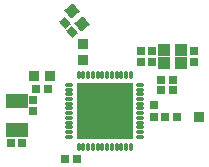
<source format=gts>
G04 Layer_Color=8388736*
%FSLAX24Y24*%
%MOIN*%
G70*
G01*
G75*
G04:AMPARAMS|DCode=35|XSize=37.5mil|YSize=35.5mil|CornerRadius=0mil|HoleSize=0mil|Usage=FLASHONLY|Rotation=40.000|XOffset=0mil|YOffset=0mil|HoleType=Round|Shape=Rectangle|*
%AMROTATEDRECTD35*
4,1,4,-0.0029,-0.0257,-0.0258,0.0016,0.0029,0.0257,0.0258,-0.0016,-0.0029,-0.0257,0.0*
%
%ADD35ROTATEDRECTD35*%

G04:AMPARAMS|DCode=36|XSize=25.7mil|YSize=31.6mil|CornerRadius=0mil|HoleSize=0mil|Usage=FLASHONLY|Rotation=40.000|XOffset=0mil|YOffset=0mil|HoleType=Round|Shape=Rectangle|*
%AMROTATEDRECTD36*
4,1,4,0.0003,-0.0204,-0.0200,0.0038,-0.0003,0.0204,0.0200,-0.0038,0.0003,-0.0204,0.0*
%
%ADD36ROTATEDRECTD36*%

%ADD37R,0.0375X0.0355*%
%ADD38R,0.0360X0.0360*%
%ADD39R,0.0257X0.0296*%
%ADD40R,0.0296X0.0257*%
%ADD41R,0.0769X0.0454*%
%ADD42R,0.0355X0.0375*%
%ADD43R,0.1910X0.1910*%
%ADD44O,0.0139X0.0316*%
%ADD45O,0.0316X0.0139*%
%ADD46R,0.0316X0.0257*%
%ADD47R,0.0434X0.0395*%
D35*
X-759Y2908D02*
D03*
X-1101Y3316D02*
D03*
D36*
X-1320Y2915D02*
D03*
X-1080Y2629D02*
D03*
D37*
X-740Y1686D02*
D03*
Y2218D02*
D03*
D38*
X3137Y-197D02*
D03*
D39*
X-2380Y377D02*
D03*
Y-17D02*
D03*
X1220Y1613D02*
D03*
Y2007D02*
D03*
X1650Y197D02*
D03*
Y-197D02*
D03*
X1570Y1613D02*
D03*
Y2007D02*
D03*
X2970Y2007D02*
D03*
Y1613D02*
D03*
D40*
X-2743Y-1060D02*
D03*
X-3137D02*
D03*
X1883Y1030D02*
D03*
X2277D02*
D03*
X2277Y680D02*
D03*
X1883D02*
D03*
X-923Y-1610D02*
D03*
X-1317D02*
D03*
X-1903Y740D02*
D03*
X-2297D02*
D03*
D41*
X-2940Y-642D02*
D03*
Y342D02*
D03*
D42*
X-2366Y1150D02*
D03*
X-1834D02*
D03*
D43*
X0Y0D02*
D03*
D44*
X-866Y1191D02*
D03*
X-709D02*
D03*
X-551D02*
D03*
X-394D02*
D03*
X-236D02*
D03*
X-79D02*
D03*
X79D02*
D03*
X236D02*
D03*
X394D02*
D03*
X551D02*
D03*
X709D02*
D03*
X866D02*
D03*
Y-1191D02*
D03*
X709D02*
D03*
X551D02*
D03*
X394D02*
D03*
X236D02*
D03*
X79D02*
D03*
X-79D02*
D03*
X-236D02*
D03*
X-394D02*
D03*
X-551D02*
D03*
X-709D02*
D03*
X-866D02*
D03*
D45*
X1191Y866D02*
D03*
Y709D02*
D03*
Y551D02*
D03*
Y394D02*
D03*
Y236D02*
D03*
Y79D02*
D03*
Y-79D02*
D03*
Y-236D02*
D03*
Y-394D02*
D03*
Y-551D02*
D03*
Y-709D02*
D03*
Y-866D02*
D03*
X-1191D02*
D03*
Y-709D02*
D03*
Y-551D02*
D03*
Y-394D02*
D03*
Y-236D02*
D03*
Y-79D02*
D03*
Y79D02*
D03*
Y236D02*
D03*
Y394D02*
D03*
Y551D02*
D03*
Y709D02*
D03*
Y866D02*
D03*
D46*
X2397Y-200D02*
D03*
X2023D02*
D03*
D47*
X2555Y1584D02*
D03*
Y2036D02*
D03*
X1985D02*
D03*
Y1584D02*
D03*
M02*

</source>
